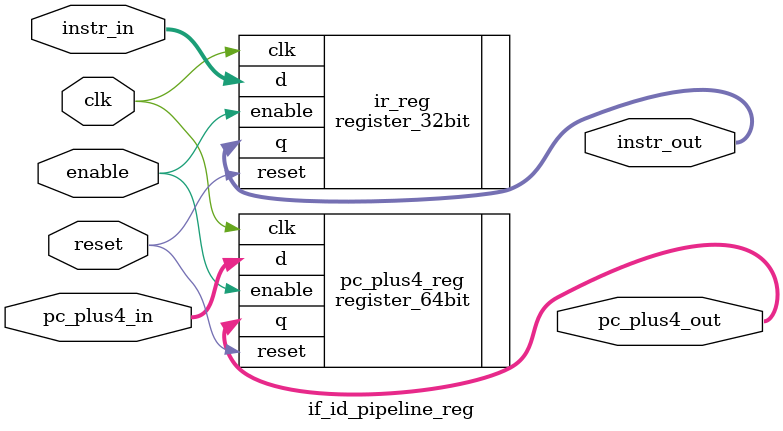
<source format=sv>
`timescale 1ps/1ps

module if_id_pipeline_reg (
    input logic clk,
    input logic reset,
    input logic enable,
    input logic [31:0] instr_in,
    input logic [63:0] pc_plus4_in,
    output logic [31:0] instr_out,
    output logic [63:0] pc_plus4_out
);
    // instruction register
    register_32bit ir_reg (.q(instr_out), .d(instr_in), .clk(clk), .reset(reset), .enable(enable));

    // pc+4 register
    register_64bit pc_plus4_reg (.q(pc_plus4_out), .d(pc_plus4_in), .clk(clk), .reset(reset), .enable(enable));
endmodule

</source>
